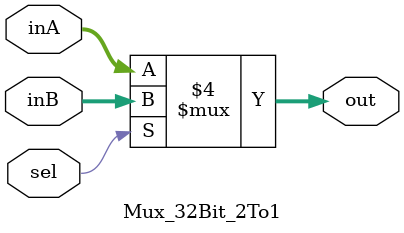
<source format=v>
`timescale 1ns / 1ps


module Mux_32Bit_2To1(
    out,
    inA,
    inB,
    sel
    );

    output reg [31:0] out;
    
    input [31:0] inA;
    input [31:0] inB;
    input sel;

    always @(*)begin 
    
        if(sel == 0)begin
            out <= inA;
        end
        
        else begin 
        
            out <= inB;
        
        end
    
    end

endmodule

</source>
